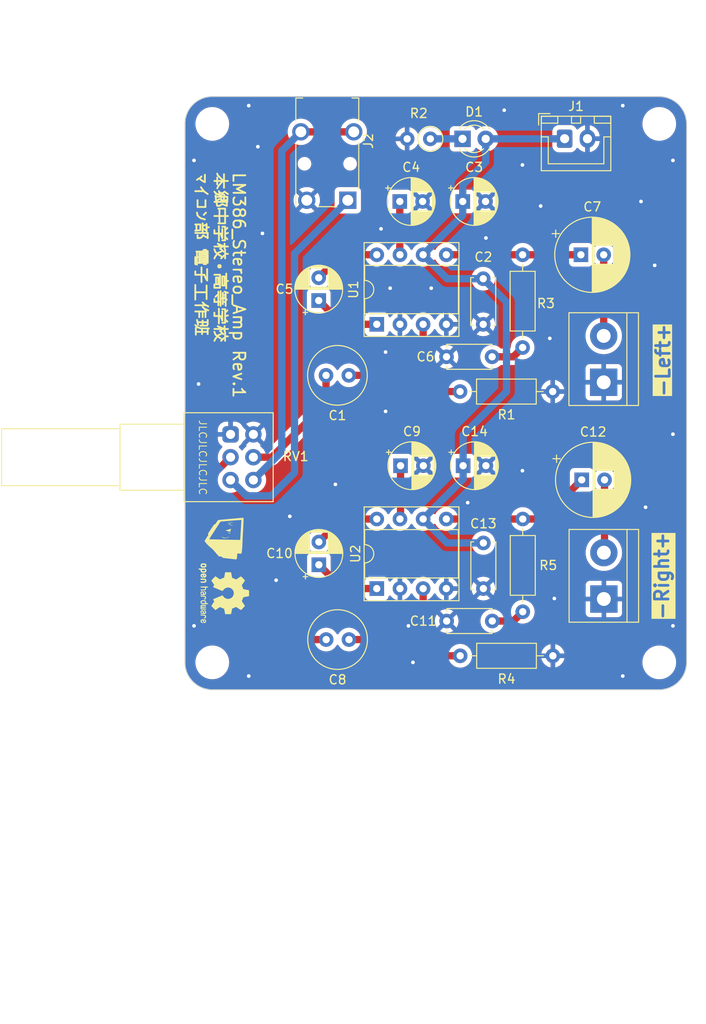
<source format=kicad_pcb>
(kicad_pcb (version 20221018) (generator pcbnew)
  (layers (0 "F.Cu" signal) (31 "B.Cu" signal) (34 "B.Paste" user) (35 "F.Paste" user) (36 "B.SilkS" user "B.Silkscreen") (37 "F.SilkS" user "F.Silkscreen") (38 "B.Mask" user) (39 "F.Mask" user) (44 "Edge.Cuts" user))
  (net 0 "")
  (net 1 "Net-(U1-+)")
  (net 2 "Net-(C1-Pad2)")
  (net 3 "+9V")
  (net 4 "GND")
  (net 5 "Net-(U1-BYPASS)")
  (net 6 "Net-(C5-Pad1)")
  (net 7 "Net-(C5-Pad2)")
  (net 8 "Net-(C6-Pad1)")
  (net 9 "Net-(C7-Pad1)")
  (net 10 "Net-(J3-Pin_2)")
  (net 11 "Net-(U2-+)")
  (net 12 "Net-(C8-Pad2)")
  (net 13 "Net-(U2-BYPASS)")
  (net 14 "Net-(C10-Pad1)")
  (net 15 "Net-(C10-Pad2)")
  (net 16 "Net-(C11-Pad1)")
  (net 17 "Net-(C12-Pad1)")
  (net 18 "Net-(D1-K)")
  (net 19 "Net-(J4-Pin_2)")
  (net 20 "Net-(J2-PadR)")
  (net 21 "Net-(J2-PadT)")
  (footprint "Potentiometer_THT:Potentiometer_Alps_RK097_Dual_Horizontal" (layer "F.Cu") (at 129.005 57.02)
    (fp_text reference "RV1" (at 7.139 2.416 180) (layer "F.SilkS"))
    (fp_text value "R_Potentiometer_Dual")
    (pad "1" thru_hole roundrect (at 0 0 180) (size 1.8 1.8) (drill 1) (layers "*.Cu" "*.Mask") (net 4 "GND"))
    (pad "2" thru_hole circle (at 0 2.5 180) (size 1.8 1.8) (drill 1) (layers "*.Cu" "*.Mask") (net 12 "Net-(C8-Pad2)"))
    (pad "3" thru_hole circle (at 0 5 180) (size 1.8 1.8) (drill 1) (layers "*.Cu" "*.Mask") (net 20 "Net-(J2-PadR)"))
    (pad "4" thru_hole circle (at 2.5 0 180) (size 1.8 1.8) (drill 1) (layers "*.Cu" "*.Mask") (net 4 "GND"))
    (pad "5" thru_hole circle (at 2.5 2.5 180) (size 1.8 1.8) (drill 1) (layers "*.Cu" "*.Mask") (net 2 "Net-(C1-Pad2)"))
    (pad "6" thru_hole circle (at 2.5 5 180) (size 1.8 1.8) (drill 1) (layers "*.Cu" "*.Mask") (net 21 "Net-(J2-PadT)"))
  )
  (footprint "Capacitor_THT:CP_Radial_D5.0mm_P2.50mm" (layer "F.Cu") (at 147.638888 60.452)
    (fp_text reference "C9" (at 1.25 -3.75) (layer "F.SilkS"))
    (fp_text value "10uF")
    (pad "1" thru_hole rect (at 0 0) (size 1.6 1.6) (drill 0.8) (layers "*.Cu" "*.Mask") (net 13 "Net-(U2-BYPASS)"))
    (pad "2" thru_hole circle (at 2.5 0) (size 1.6 1.6) (drill 0.8) (layers "*.Cu" "*.Mask") (net 4 "GND"))
  )
  (footprint "Capacitor_THT:C_Disc_D4.7mm_W2.5mm_P5.00mm" (layer "F.Cu") (at 157.678 48.518 180)
    (fp_text reference "C6" (at 7.31 0.004) (layer "F.SilkS"))
    (fp_text value "0.047uF")
    (pad "1" thru_hole circle (at 0 0 180) (size 1.6 1.6) (drill 0.8) (layers "*.Cu" "*.Mask") (net 8 "Net-(C6-Pad1)"))
    (pad "2" thru_hole circle (at 5 0 180) (size 1.6 1.6) (drill 0.8) (layers "*.Cu" "*.Mask") (net 4 "GND"))
  )
  (footprint "Capacitor_THT:C_Disc_D5.0mm_W2.5mm_P5.00mm" (layer "F.Cu") (at 156.702 39.962 -90)
    (fp_text reference "C2" (at -2.37 -0.016 -180) (layer "F.SilkS"))
    (fp_text value "0.1uF")
    (pad "1" thru_hole circle (at 0 0 270) (size 1.6 1.6) (drill 0.8) (layers "*.Cu" "*.Mask") (net 3 "+9V"))
    (pad "2" thru_hole circle (at 5 0 270) (size 1.6 1.6) (drill 0.8) (layers "*.Cu" "*.Mask") (net 4 "GND"))
  )
  (footprint "Capacitor_THT:CP_Radial_D5.0mm_P2.50mm" (layer "F.Cu") (at 154.456 31.5)
    (fp_text reference "C3" (at 1.25 -3.75) (layer "F.SilkS"))
    (fp_text value "100uF")
    (pad "1" thru_hole rect (at 0 0) (size 1.6 1.6) (drill 0.8) (layers "*.Cu" "*.Mask") (net 3 "+9V"))
    (pad "2" thru_hole circle (at 2.5 0) (size 1.6 1.6) (drill 0.8) (layers "*.Cu" "*.Mask") (net 4 "GND"))
  )
  (footprint "LED_THT:LED_D3.0mm" (layer "F.Cu") (at 154.432 24.638)
    (fp_text reference "D1" (at 1.27 -2.96) (layer "F.SilkS"))
    (fp_text value "LED_Small")
    (pad "1" thru_hole rect (at 0 0) (size 1.8 1.8) (drill 0.9) (layers "*.Cu" "*.Mask") (net 18 "Net-(D1-K)"))
    (pad "2" thru_hole circle (at 2.54 0) (size 1.8 1.8) (drill 0.9) (layers "*.Cu" "*.Mask") (net 3 "+9V"))
  )
  (footprint "Connector_JST:JST_XH_B2B-XH-A_1x02_P2.50mm_Vertical" (layer "F.Cu") (at 165.628 24.621)
    (fp_text reference "J1" (at 1.25 -3.55) (layer "F.SilkS"))
    (fp_text value "Conn_01x02_Pin")
    (pad "1" thru_hole roundrect (at 0 0) (size 1.7 2) (drill 1) (layers "*.Cu" "*.Mask") (roundrect_rratio 0.147059) (net 3 "+9V"))
    (pad "2" thru_hole oval (at 2.5 0) (size 1.7 2) (drill 1) (layers "*.Cu" "*.Mask") (net 4 "GND"))
  )
  (footprint "TerminalBlock:TerminalBlock_bornier-2_P5.08mm" (layer "F.Cu") (at 169.926 75.057 90)
    (fp_text reference "J4" hide)
    (fp_text value "Conn_01x02_Pin")
    (pad "1" thru_hole rect (at 0 0 90) (size 3 3) (drill 1.52) (layers "*.Cu" "*.Mask") (net 4 "GND"))
    (pad "2" thru_hole circle (at 5.08 0 90) (size 3 3) (drill 1.52) (layers "*.Cu" "*.Mask") (net 19 "Net-(J4-Pin_2)"))
  )
  (footprint "Capacitor_THT:C_Radial_D6.3mm_H5.0mm_P2.50mm" (layer "F.Cu") (at 141.97 50.55 180)
    (fp_text reference "C1" (at 1.25 -4.4) (layer "F.SilkS"))
    (fp_text value "4.7uF")
    (pad "1" thru_hole circle (at 0 0 180) (size 1.6 1.6) (drill 0.8) (layers "*.Cu" "*.Mask") (net 1 "Net-(U1-+)"))
    (pad "2" thru_hole circle (at 2.5 0 180) (size 1.6 1.6) (drill 0.8) (layers "*.Cu" "*.Mask") (net 2 "Net-(C1-Pad2)"))
  )
  (footprint "Package_DIP:DIP-8_W7.62mm_Socket" (layer "F.Cu") (at 145.034 73.914 90)
    (fp_text reference "U2" (at 3.81 -2.33 90) (layer "F.SilkS"))
    (fp_text value "LM386")
    (pad "1" thru_hole rect (at 0 0 90) (size 1.6 1.6) (drill 0.8) (layers "*.Cu" "*.Mask") (net 14 "Net-(C10-Pad1)"))
    (pad "2" thru_hole oval (at 0 2.54 90) (size 1.6 1.6) (drill 0.8) (layers "*.Cu" "*.Mask") (net 4 "GND"))
    (pad "3" thru_hole oval (at 0 5.08 90) (size 1.6 1.6) (drill 0.8) (layers "*.Cu" "*.Mask") (net 11 "Net-(U2-+)"))
    (pad "4" thru_hole oval (at 0 7.62 90) (size 1.6 1.6) (drill 0.8) (layers "*.Cu" "*.Mask") (net 4 "GND"))
    (pad "5" thru_hole oval (at 7.62 7.62 90) (size 1.6 1.6) (drill 0.8) (layers "*.Cu" "*.Mask") (net 17 "Net-(C12-Pad1)"))
    (pad "6" thru_hole oval (at 7.62 5.08 90) (size 1.6 1.6) (drill 0.8) (layers "*.Cu" "*.Mask") (net 3 "+9V"))
    (pad "7" thru_hole oval (at 7.62 2.54 90) (size 1.6 1.6) (drill 0.8) (layers "*.Cu" "*.Mask") (net 13 "Net-(U2-BYPASS)"))
    (pad "8" thru_hole oval (at 7.62 0 90) (size 1.6 1.6) (drill 0.8) (layers "*.Cu" "*.Mask") (net 15 "Net-(C10-Pad2)"))
  )
  (footprint "Connector_Audio:Jack_3.5mm_Switronic_ST-005-G_horizontal" (layer "F.Cu") (at 139.609 24.869 -90)
    (fp_text reference "J2" (at 0 -4.5 90) (layer "F.SilkS"))
    (fp_text value "AudioJack3")
    (pad "" np_thru_hole circle (at 2.5 -2.5 270) (size 1 1) (drill 1) (layers "*.Cu" "*.Mask"))
    (pad "" np_thru_hole circle (at 2.5 2.5 270) (size 1 1) (drill 1) (layers "*.Cu" "*.Mask"))
    (pad "R" thru_hole rect (at 6.5 -2.25 270) (size 1.9 1.9) (drill 1.2) (layers "*.Cu" "*.Mask") (net 20 "Net-(J2-PadR)"))
    (pad "S" thru_hole circle (at 6.5 2.25 270) (size 1.9 1.9) (drill 1.2) (layers "*.Cu" "*.Mask") (net 4 "GND"))
    (pad "T" thru_hole circle (at -1 -2.9 270) (size 1.9 1.9) (drill 1.2) (layers "*.Cu" "*.Mask") (net 21 "Net-(J2-PadT)"))
    (pad "T" thru_hole circle (at -1 2.9 270) (size 1.9 1.9) (drill 1.2) (layers "*.Cu" "*.Mask") (net 21 "Net-(J2-PadT)"))
  )
  (footprint "Capacitor_THT:CP_Radial_D5.0mm_P2.50mm" (layer "F.Cu") (at 138.684 71.309113 90)
    (fp_text reference "C10" (at 1.25 -4.318 180) (layer "F.SilkS"))
    (fp_text value "10uF")
    (pad "1" thru_hole rect (at 0 0 90) (size 1.6 1.6) (drill 0.8) (layers "*.Cu" "*.Mask") (net 14 "Net-(C10-Pad1)"))
    (pad "2" thru_hole circle (at 2.5 0 90) (size 1.6 1.6) (drill 0.8) (layers "*.Cu" "*.Mask") (net 15 "Net-(C10-Pad2)"))
  )
  (footprint "Capacitor_THT:CP_Radial_D8.0mm_P2.50mm" (layer "F.Cu") (at 167.41 37.342)
    (fp_text reference "C7" (at 1.25 -5.25) (layer "F.SilkS"))
    (fp_text value "470uF")
    (pad "1" thru_hole rect (at 0 0) (size 1.6 1.6) (drill 0.8) (layers "*.Cu" "*.Mask") (net 9 "Net-(C7-Pad1)"))
    (pad "2" thru_hole circle (at 2.5 0) (size 1.6 1.6) (drill 0.8) (layers "*.Cu" "*.Mask") (net 10 "Net-(J3-Pin_2)"))
  )
  (footprint "Library:mcc_logo" (layer "F.Cu") (at 128.27 68.58 -90)
    (fp_text reference "G***" hide)
    (fp_text value "LOGO" hide)
  )
  (footprint "Resistor_THT:R_Axial_DIN0207_L6.3mm_D2.5mm_P10.16mm_Horizontal" (layer "F.Cu") (at 154.178 81.28)
    (fp_text reference "R4" (at 5.08 2.54) (layer "F.SilkS"))
    (fp_text value "10kΩ")
    (pad "1" thru_hole circle (at 0 0) (size 1.6 1.6) (drill 0.8) (layers "*.Cu" "*.Mask") (net 11 "Net-(U2-+)"))
    (pad "2" thru_hole oval (at 10.16 0) (size 1.6 1.6) (drill 0.8) (layers "*.Cu" "*.Mask") (net 4 "GND"))
  )
  (footprint "Capacitor_THT:CP_Radial_D5.0mm_P2.50mm" (layer "F.Cu") (at 147.558 31.5)
    (fp_text reference "C4" (at 1.25 -3.75) (layer "F.SilkS"))
    (fp_text value "10uF")
    (pad "1" thru_hole rect (at 0 0) (size 1.6 1.6) (drill 0.8) (layers "*.Cu" "*.Mask") (net 5 "Net-(U1-BYPASS)"))
    (pad "2" thru_hole circle (at 2.5 0) (size 1.6 1.6) (drill 0.8) (layers "*.Cu" "*.Mask") (net 4 "GND"))
  )
  (footprint "Package_DIP:DIP-8_W7.62mm_Socket" (layer "F.Cu") (at 145.034 44.958 90)
    (fp_text reference "U1" (at 3.806 -2.556 270) (layer "F.SilkS"))
    (fp_text value "LM386")
    (pad "1" thru_hole rect (at 0 0 90) (size 1.6 1.6) (drill 0.8) (layers "*.Cu" "*.Mask") (net 6 "Net-(C5-Pad1)"))
    (pad "2" thru_hole oval (at 0 2.54 90) (size 1.6 1.6) (drill 0.8) (layers "*.Cu" "*.Mask") (net 4 "GND"))
    (pad "3" thru_hole oval (at 0 5.08 90) (size 1.6 1.6) (drill 0.8) (layers "*.Cu" "*.Mask") (net 1 "Net-(U1-+)"))
    (pad "4" thru_hole oval (at 0 7.62 90) (size 1.6 1.6) (drill 0.8) (layers "*.Cu" "*.Mask") (net 4 "GND"))
    (pad "5" thru_hole oval (at 7.62 7.62 90) (size 1.6 1.6) (drill 0.8) (layers "*.Cu" "*.Mask") (net 9 "Net-(C7-Pad1)"))
    (pad "6" thru_hole oval (at 7.62 5.08 90) (size 1.6 1.6) (drill 0.8) (layers "*.Cu" "*.Mask") (net 3 "+9V"))
    (pad "7" thru_hole oval (at 7.62 2.54 90) (size 1.6 1.6) (drill 0.8) (layers "*.Cu" "*.Mask") (net 5 "Net-(U1-BYPASS)"))
    (pad "8" thru_hole oval (at 7.62 0 90) (size 1.6 1.6) (drill 0.8) (layers "*.Cu" "*.Mask") (net 7 "Net-(C5-Pad2)"))
  )
  (footprint "Symbol:OSHW-Logo2_7.3x6mm_SilkScreen" (layer "F.Cu") (at 128.27 74.422 -90)
    (fp_text reference "REF**" hide)
    (fp_text value "OSHW-Logo2_7.3x6mm_SilkScreen" hide)
  )
  (footprint "Capacitor_THT:C_Radial_D6.3mm_H5.0mm_P2.50mm" (layer "F.Cu") (at 141.986 79.502 180)
    (fp_text reference "C8" (at 1.25 -4.4) (layer "F.SilkS"))
    (fp_text value "4.7uF")
    (pad "1" thru_hole circle (at 0 0 180) (size 1.6 1.6) (drill 0.8) (layers "*.Cu" "*.Mask") (net 11 "Net-(U2-+)"))
    (pad "2" thru_hole circle (at 2.5 0 180) (size 1.6 1.6) (drill 0.8) (layers "*.Cu" "*.Mask") (net 12 "Net-(C8-Pad2)"))
  )
  (footprint "Capacitor_THT:C_Disc_D4.7mm_W2.5mm_P5.00mm" (layer "F.Cu") (at 157.694 77.47 180)
    (fp_text reference "C11" (at 7.58 0) (layer "F.SilkS"))
    (fp_text value "0.047uF")
    (pad "1" thru_hole circle (at 0 0 180) (size 1.6 1.6) (drill 0.8) (layers "*.Cu" "*.Mask") (net 16 "Net-(C11-Pad1)"))
    (pad "2" thru_hole circle (at 5 0 180) (size 1.6 1.6) (drill 0.8) (layers "*.Cu" "*.Mask") (net 4 "GND"))
  )
  (footprint "MountingHole:MountingHole_3.2mm_M3" (layer "F.Cu") (at 176 23)
    (fp_text reference "H4" hide)
    (fp_text value "MountingHole")
    (pad "" np_thru_hole circle (at 0 0) (size 3.2 3.2) (drill 3.2) (layers "*.Cu" "*.Mask"))
  )
  (footprint "Resistor_THT:R_Axial_DIN0207_L6.3mm_D2.5mm_P10.16mm_Horizontal" (layer "F.Cu") (at 161.036 76.454 90)
    (fp_text reference "R5" (at 5.08 2.794 180) (layer "F.SilkS"))
    (fp_text value "10Ω")
    (pad "1" thru_hole circle (at 0 0 90) (size 1.6 1.6) (drill 0.8) (layers "*.Cu" "*.Mask") (net 16 "Net-(C11-Pad1)"))
    (pad "2" thru_hole oval (at 10.16 0 90) (size 1.6 1.6) (drill 0.8) (layers "*.Cu" "*.Mask") (net 17 "Net-(C12-Pad1)"))
  )
  (footprint "MountingHole:MountingHole_3.2mm_M3" (layer "F.Cu") (at 176 82)
    (fp_text reference "H3" hide)
    (fp_text value "MountingHole")
    (pad "" np_thru_hole circle (at 0 0) (size 3.2 3.2) (drill 3.2) (layers "*.Cu" "*.Mask"))
  )
  (footprint "TerminalBlock:TerminalBlock_bornier-2_P5.08mm" (layer "F.Cu") (at 169.91 51.312 90)
    (fp_text reference "J3" hide)
    (fp_text value "Conn_01x02_Pin")
    (pad "1" thru_hole rect (at 0 0 90) (size 3 3) (drill 1.52) (layers "*.Cu" "*.Mask") (net 4 "GND"))
    (pad "2" thru_hole circle (at 5.08 0 90) (size 3 3) (drill 1.52) (layers "*.Cu" "*.Mask") (net 10 "Net-(J3-Pin_2)"))
  )
  (footprint "Capacitor_THT:CP_Radial_D8.0mm_P2.50mm" (layer "F.Cu") (at 167.5 62)
    (fp_text reference "C12" (at 1.25 -5.25) (layer "F.SilkS"))
    (fp_text value "470uF")
    (pad "1" thru_hole rect (at 0 0) (size 1.6 1.6) (drill 0.8) (layers "*.Cu" "*.Mask") (net 17 "Net-(C12-Pad1)"))
    (pad "2" thru_hole circle (at 2.5 0) (size 1.6 1.6) (drill 0.8) (layers "*.Cu" "*.Mask") (net 19 "Net-(J4-Pin_2)"))
  )
  (footprint "Resistor_THT:R_Axial_DIN0207_L6.3mm_D2.5mm_P2.54mm_Vertical" (layer "F.Cu") (at 150.905 24.638 180)
    (fp_text reference "R2" (at 1.27 2.794) (layer "F.SilkS"))
    (fp_text value "5.1kΩ")
    (pad "1" thru_hole circle (at 0 0 180) (size 1.6 1.6) (drill 0.8) (layers "*.Cu" "*.Mask") (net 18 "Net-(D1-K)"))
    (pad "2" thru_hole oval (at 2.54 0 180) (size 1.6 1.6) (drill 0.8) (layers "*.Cu" "*.Mask") (net 4 "GND"))
  )
  (footprint "Capacitor_THT:CP_Radial_D5.0mm_P2.50mm" (layer "F.Cu") (at 154.496888 60.452)
    (fp_text reference "C14" (at 1.25 -3.75) (layer "F.SilkS"))
    (fp_text value "100uF")
    (pad "1" thru_hole rect (at 0 0) (size 1.6 1.6) (drill 0.8) (layers "*.Cu" "*.Mask") (net 3 "+9V"))
    (pad "2" thru_hole circle (at 2.5 0) (size 1.6 1.6) (drill 0.8) (layers "*.Cu" "*.Mask") (net 4 "GND"))
  )
  (footprint "MountingHole:MountingHole_3.2mm_M3" (layer "F.Cu") (at 127 23)
    (fp_text reference "H1" hide)
    (fp_text value "MountingHole")
    (pad "" np_thru_hole circle (at 0 0) (size 3.2 3.2) (drill 3.2) (layers "*.Cu" "*.Mask"))
  )
  (footprint "Capacitor_THT:C_Disc_D5.0mm_W2.5mm_P5.00mm" (layer "F.Cu") (at 156.718 68.914 -90)
    (fp_text reference "C13" (at -2.112 0 -180) (layer "F.SilkS"))
    (fp_text value "0.1uF")
    (pad "1" thru_hole circle (at 0 0 270) (size 1.6 1.6) (drill 0.8) (layers "*.Cu" "*.Mask") (net 3 "+9V"))
    (pad "2" thru_hole circle (at 5 0 270) (size 1.6 1.6) (drill 0.8) (layers "*.Cu" "*.Mask") (net 4 "GND"))
  )
  (footprint "Resistor_THT:R_Axial_DIN0207_L6.3mm_D2.5mm_P10.16mm_Horizontal" (layer "F.Cu") (at 161.02 47.502 90)
    (fp_text reference "R3" (at 4.83 2.556 180) (layer "F.SilkS"))
    (fp_text value "10Ω")
    (pad "1" thru_hole circle (at 0 0 90) (size 1.6 1.6) (drill 0.8) (layers "*.Cu" "*.Mask") (net 8 "Net-(C6-Pad1)"))
    (pad "2" thru_hole oval (at 10.16 0 90) (size 1.6 1.6) (drill 0.8) (layers "*.Cu" "*.Mask") (net 9 "Net-(C7-Pad1)"))
  )
  (footprint "MountingHole:MountingHole_3.2mm_M3" (layer "F.Cu") (at 127 82)
    (fp_text reference "H2" hide)
    (fp_text value "MountingHole")
    (pad "" np_thru_hole circle (at 0 0) (size 3.2 3.2) (drill 3.2) (layers "*.Cu" "*.Mask"))
  )
  (footprint "Resistor_THT:R_Axial_DIN0207_L6.3mm_D2.5mm_P10.16mm_Horizontal" (layer "F.Cu") (at 154.162 52.328)
    (fp_text reference "R1" (at 5.096 2.536) (layer "F.SilkS"))
    (fp_text value "10kΩ")
    (pad "1" thru_hole circle (at 0 0) (size 1.6 1.6) (drill 0.8) (layers "*.Cu" "*.Mask") (net 1 "Net-(U1-+)"))
    (pad "2" thru_hole oval (at 10.16 0) (size 1.6 1.6) (drill 0.8) (layers "*.Cu" "*.Mask") (net 4 "GND"))
  )
  (footprint "Capacitor_THT:CP_Radial_D5.0mm_P2.50mm" (layer "F.Cu") (at 138.668 42.357113 90)
    (fp_text reference "C5" (at 1.25 -3.75 180) (layer "F.SilkS"))
    (fp_text value "10uF")
    (pad "1" thru_hole rect (at 0 0 90) (size 1.6 1.6) (drill 0.8) (layers "*.Cu" "*.Mask") (net 6 "Net-(C5-Pad1)"))
    (pad "2" thru_hole circle (at 2.5 0 90) (size 1.6 1.6) (drill 0.8) (layers "*.Cu" "*.Mask") (net 7 "Net-(C5-Pad2)"))
  )
  (gr_line (start 179 23) (end 179 82) (stroke (width 0.1)) (layer "Edge.Cuts"))
  (gr_line (start 176 85) (end 127 85) (stroke (width 0.1)) (layer "Edge.Cuts"))
  (gr_arc (start 124 23) (mid 124.87868 20.87868) (end 127 20) (stroke (width 0.1)) (layer "Edge.Cuts"))
  (gr_line (start 127 20) (end 176 20) (stroke (width 0.1)) (layer "Edge.Cuts"))
  (gr_arc (start 127 85) (mid 124.87868 84.12132) (end 124 82) (stroke (width 0.1)) (layer "Edge.Cuts"))
  (gr_arc (start 179 82) (mid 178.12132 84.12132) (end 176 85) (stroke (width 0.1)) (layer "Edge.Cuts"))
  (gr_arc (start 176 20) (mid 178.12132 20.87868) (end 179 23) (stroke (width 0.1)) (layer "Edge.Cuts"))
  (gr_line (start 124 82) (end 124 23) (stroke (width 0.1)) (layer "Edge.Cuts"))
  (gr_text "-Left+" (at 177.292 48.895 90) (layer "F.SilkS" knockout) (effects (font (size 1.5 1.5) (thickness 0.3) bold) (justify bottom)))
  (gr_text "LM386_Stereo_Amp Rev.1\n本郷中学校・高等学校\nマイコン部 電子工作班" (at 124.968 28.194 -90) (layer "F.SilkS") (effects (font (size 1.3 1.3) (thickness 0.2)) (justify left bottom)))
  (gr_text "-Right+" (at 177.165 77.47 90) (layer "F.SilkS" knockout) (effects (font (size 1.5 1.5) (thickness 0.3) bold) (justify left bottom)))
  (gr_text "JLCJLCJLCJLC" (at 125.476 55.372 270) (layer "F.SilkS") (effects (font (size 0.8 0.8) (thickness 0.1) bold) (justify left bottom)))
  (segment (start 154.162 52.328) (end 151.876 52.328) (width 0.8) (layer "F.Cu") (net 1))
  (segment (start 141.97 50.55) (end 150.098 50.55) (width 0.8) (layer "F.Cu") (net 1))
  (segment (start 150.114 44.958) (end 150.114 50.534) (width 0.8) (layer "F.Cu") (net 1))
  (segment (start 150.098 50.55) (end 151.876 52.328) (width 0.8) (layer "F.Cu") (net 1))
  (segment (start 139.47 53.57) (end 139.47 50.55) (width 0.8) (layer "F.Cu") (net 2))
  (segment (start 133.52 59.52) (end 139.47 53.57) (width 0.8) (layer "F.Cu") (net 2))
  (segment (start 131.505 59.52) (end 133.52 59.52) (width 0.8) (layer "F.Cu") (net 2))
  (segment (start 159.258 42.518) (end 159.258 52.324) (width 0.8) (layer "B.Cu") (net 3))
  (segment (start 154.496888 57.085112) (end 154.496888 60.452) (width 0.8) (layer "B.Cu") (net 3))
  (segment (start 152.738 39.962) (end 156.702 39.962) (width 0.8) (layer "B.Cu") (net 3))
  (segment (start 154.456 29.694) (end 154.456 31.5) (width 0.8) (layer "B.Cu") (net 3))
  (segment (start 154.496888 60.452) (end 154.496888 61.911112) (width 0.8) (layer "B.Cu") (net 3))
  (segment (start 159.258 52.324) (end 154.496888 57.085112) (width 0.8) (layer "B.Cu") (net 3))
  (segment (start 156.702 39.962) (end 159.258 42.518) (width 0.8) (layer "B.Cu") (net 3))
  (segment (start 150.114 66.294) (end 152.734 68.914) (width 0.8) (layer "B.Cu") (net 3))
  (segment (start 150.114 37.338) (end 152.738 39.962) (width 0.8) (layer "B.Cu") (net 3))
  (segment (start 156.972 27.178) (end 154.456 29.694) (width 0.8) (layer "B.Cu") (net 3))
  (segment (start 154.496888 61.911112) (end 150.114 66.294) (width 0.8) (layer "B.Cu") (net 3))
  (segment (start 165.648 24.638) (end 156.972 24.638) (width 0.8) (layer "B.Cu") (net 3))
  (segment (start 152.734 68.914) (end 156.718 68.914) (width 0.8) (layer "B.Cu") (net 3))
  (segment (start 154.456 32.996) (end 150.114 37.338) (width 0.8) (layer "B.Cu") (net 3))
  (segment (start 154.456 31.5) (end 154.456 32.996) (width 0.8) (layer "B.Cu") (net 3))
  (segment (start 156.972 24.638) (end 156.972 27.178) (width 0.8) (layer "B.Cu") (net 3))
  (via (at 177.5 57) (size 0.8) (drill 0.4) (layers "F.Cu" "B.Cu") (net 4))
  (via (at 134 73) (size 0.8) (drill 0.4) (layers "F.Cu" "B.Cu") (net 4))
  (via (at 161 61) (size 0.8) (drill 0.4) (layers "F.Cu" "B.Cu") (net 4))
  (via (at 149 82) (size 0.8) (drill 0.4) (layers "F.Cu" "B.Cu") (net 4))
  (via (at 164.5 75) (size 0.8) (drill 0.4) (layers "F.Cu" "B.Cu") (net 4))
  (via (at 172 83.5) (size 0.8) (drill 0.4) (layers "F.Cu" "B.Cu") (net 4))
  (via (at 131 83.5) (size 0.8) (drill 0.4) (layers "F.Cu" "B.Cu") (net 4))
  (via (at 146.5 41) (size 0.8) (drill 0.4) (layers "F.Cu" "B.Cu") (net 4))
  (via (at 172 21) (size 0.8) (drill 0.4) (layers "F.Cu" "B.Cu") (net 4))
  (via (at 125 27) (size 0.8) (drill 0.4) (layers "F.Cu" "B.Cu") (net 4))
  (via (at 131 21) (size 0.8) (drill 0.4) (layers "F.Cu" "B.Cu") (net 4))
  (via (at 163 32) (size 0.8) (drill 0.4) (layers "F.Cu" "B.Cu") (net 4))
  (via (at 125.5 51.5) (size 0.8) (drill 0.4) (layers "F.Cu" "B.Cu") (net 4))
  (via (at 146 54.5) (size 0.8) (drill 0.4) (layers "F.Cu" "B.Cu") (net 4))
  (via (at 157 35.5) (size 0.8) (drill 0.4) (layers "F.Cu" "B.Cu") (net 4))
  (via (at 132 25.5) (size 0.8) (drill 0.4) (layers "F.Cu" "B.Cu") (net 4))
  (via (at 159 21.5) (size 0.8) (drill 0.4) (layers "F.Cu" "B.Cu") (net 4))
  (via (at 140.5 62.5) (size 0.8) (drill 0.4) (layers "F.Cu" "B.Cu") (net 4))
  (via (at 177.5 78) (size 0.8) (drill 0.4) (layers "F.Cu" "B.Cu") (net 4))
  (via (at 175.5 38.5) (size 0.8) (drill 0.4) (layers "F.Cu" "B.Cu") (net 4))
  (via (at 164 46.5) (size 0.8) (drill 0.4) (layers "F.Cu" "B.Cu") (net 4))
  (via (at 155 64.5) (size 0.8) (drill 0.4) (layers "F.Cu" "B.Cu") (net 4))
  (via (at 174.5 65) (size 0.8) (drill 0.4) (layers "F.Cu" "B.Cu") (net 4))
  (via (at 145.5 34.5) (size 0.8) (drill 0.4) (layers "F.Cu" "B.Cu") (net 4))
  (via (at 151 41) (size 0.8) (drill 0.4) (layers "F.Cu" "B.Cu") (net 4))
  (via (at 125 78) (size 0.8) (drill 0.4) (layers "F.Cu" "B.Cu") (net 4))
  (via (at 132.5 35) (size 0.8) (drill 0.4) (layers "F.Cu" "B.Cu") (net 4))
  (via (at 174 31.5) (size 0.8) (drill 0.4) (layers "F.Cu" "B.Cu") (net 4))
  (via (at 161 27.5) (size 0.8) (drill 0.4) (layers "F.Cu" "B.Cu") (net 4))
  (via (at 177.5 27) (size 0.8) (drill 0.4) (layers "F.Cu" "B.Cu") (net 4))
  (via (at 146 48) (size 0.8) (drill 0.4) (layers "F.Cu" "B.Cu") (net 4))
  (via (at 148.5 78) (size 0.8) (drill 0.4) (layers "F.Cu" "B.Cu") (net 4))
  (via (at 135.5 66) (size 0.8) (drill 0.4) (layers "F.Cu" "B.Cu") (net 4))
  (segment (start 147.558 31.5) (end 147.558 37.322) (width 0.8) (layer "F.Cu") (net 5))
  (segment (start 147.558 37.322) (end 147.574 37.338) (width 0.8) (layer "F.Cu") (net 5))
  (segment (start 145.034 44.958) (end 141.268887 44.958) (width 0.8) (layer "F.Cu") (net 6))
  (segment (start 141.268887 44.958) (end 138.668 42.357113) (width 0.8) (layer "F.Cu") (net 6))
  (segment (start 141.187113 37.338) (end 138.668 39.857113) (width 0.8) (layer "F.Cu") (net 7))
  (segment (start 145.034 37.338) (end 141.187113 37.338) (width 0.8) (layer "F.Cu") (net 7))
  (segment (start 160.004 48.518) (end 161.02 47.502) (width 0.8) (layer "F.Cu") (net 8))
  (segment (start 157.678 48.518) (end 160.004 48.518) (width 0.8) (layer "F.Cu") (net 8))
  (segment (start 152.658 37.342) (end 152.654 37.338) (width 0.8) (layer "F.Cu") (net 9))
  (segment (start 167.41 37.342) (end 161.02 37.342) (width 0.8) (layer "F.Cu") (net 9))
  (segment (start 161.02 37.342) (end 152.658 37.342) (width 0.8) (layer "F.Cu") (net 9))
  (segment (start 169.91 46.232) (end 169.91 37.342) (width 0.8) (layer "F.Cu") (net 10))
  (segment (start 150.114 79.502) (end 150.114 73.914) (width 0.8) (layer "F.Cu") (net 11))
  (segment (start 141.986 79.502) (end 150.114 79.502) (width 0.8) (layer "F.Cu") (net 11))
  (segment (start 151.892 81.28) (end 154.178 81.28) (width 0.8) (layer "F.Cu") (net 11))
  (segment (start 150.114 79.502) (end 151.892 81.28) (width 0.8) (layer "F.Cu") (net 11))
  (segment (start 126.873 73.787) (end 132.588 79.502) (width 0.8) (layer "F.Cu") (net 12))
  (segment (start 132.588 79.502) (end 139.486 79.502) (width 0.8) (layer "F.Cu") (net 12))
  (segment (start 129.005 59.52) (end 126.873 61.652) (width 0.8) (layer "F.Cu") (net 12))
  (segment (start 126.873 61.652) (end 126.873 73.787) (width 0.8) (layer "F.Cu") (net 12))
  (segment (start 147.638888 66.229112) (end 147.574 66.294) (width 0.8) (layer "F.Cu") (net 13))
  (segment (start 147.638888 60.452) (end 147.638888 66.229112) (width 0.8) (layer "F.Cu") (net 13))
  (segment (start 141.288887 73.914) (end 138.684 71.309113) (width 0.8) (layer "F.Cu") (net 14))
  (segment (start 145.034 73.914) (end 141.288887 73.914) (width 0.8) (layer "F.Cu") (net 14))
  (segment (start 141.199113 66.294) (end 138.684 68.809113) (width 0.8) (layer "F.Cu") (net 15))
  (segment (start 145.034 66.294) (end 141.199113 66.294) (width 0.8) (layer "F.Cu") (net 15))
  (segment (start 157.694 77.47) (end 160.02 77.47) (width 0.8) (layer "F.Cu") (net 16))
  (segment (start 160.02 77.47) (end 161.036 76.454) (width 0.8) (layer "F.Cu") (net 16))
  (segment (start 163.206 66.294) (end 167.5 62) (width 0.8) (layer "F.Cu") (net 17))
  (segment (start 152.654 66.294) (end 161.036 66.294) (width 0.8) (layer "F.Cu") (net 17))
  (segment (start 161.036 66.294) (end 163.206 66.294) (width 0.8) (layer "F.Cu") (net 17))
  (segment (start 154.432 24.638) (end 150.905 24.638) (width 0.8) (layer "B.Cu") (net 18))
  (segment (start 170 62) (end 170 69.926) (width 0.8) (layer "F.Cu") (net 19))
  (segment (start 170 69.926) (end 169.926 70) (width 0.8) (layer "F.Cu") (net 19))
  (segment (start 136.017 61.214) (end 136.017 37.211) (width 0.8) (layer "B.Cu") (net 20))
  (segment (start 136.017 37.211) (end 141.859 31.369) (width 0.8) (layer "B.Cu") (net 20))
  (segment (start 130.739 63.754) (end 133.477 63.754) (width 0.8) (layer "B.Cu") (net 20))
  (segment (start 129.005 62.02) (end 130.739 63.754) (width 0.8) (layer "B.Cu") (net 20))
  (segment (start 133.477 63.754) (end 136.017 61.214) (width 0.8) (layer "B.Cu") (net 20))
  (segment (start 142.494 23.876) (end 136.694 23.876) (width 0.8) (layer "F.Cu") (net 21))
  (segment (start 136.709 23.869) (end 134.62 25.958) (width 0.8) (layer "B.Cu") (net 21))
  (segment (start 134.62 58.905) (end 131.505 62.02) (width 0.8) (layer "B.Cu") (net 21))
  (segment (start 134.62 25.958) (end 134.62 58.905) (width 0.8) (layer "B.Cu") (net 21))
  (zone (net 4) (net_name "GND") (layer "F.Cu") (connect_pads (clearance 0.5)) (min_thickness 0.25) (fill yes (thermal_gap 0.5) (thermal_bridge_width 0.5))
    (polygon (pts (xy 124 20) (xy 124 85) (xy 179 85) (xy 179 20)))
  )
  (zone (net 4) (net_name "GND") (layer "B.Cu") (priority 1) (connect_pads (clearance 0.5)) (min_thickness 0.25) (fill yes (thermal_gap 0.5) (thermal_bridge_width 0.5))
    (polygon (pts (xy 124 20) (xy 124 85) (xy 179 85) (xy 179 20)))
  )
)
</source>
